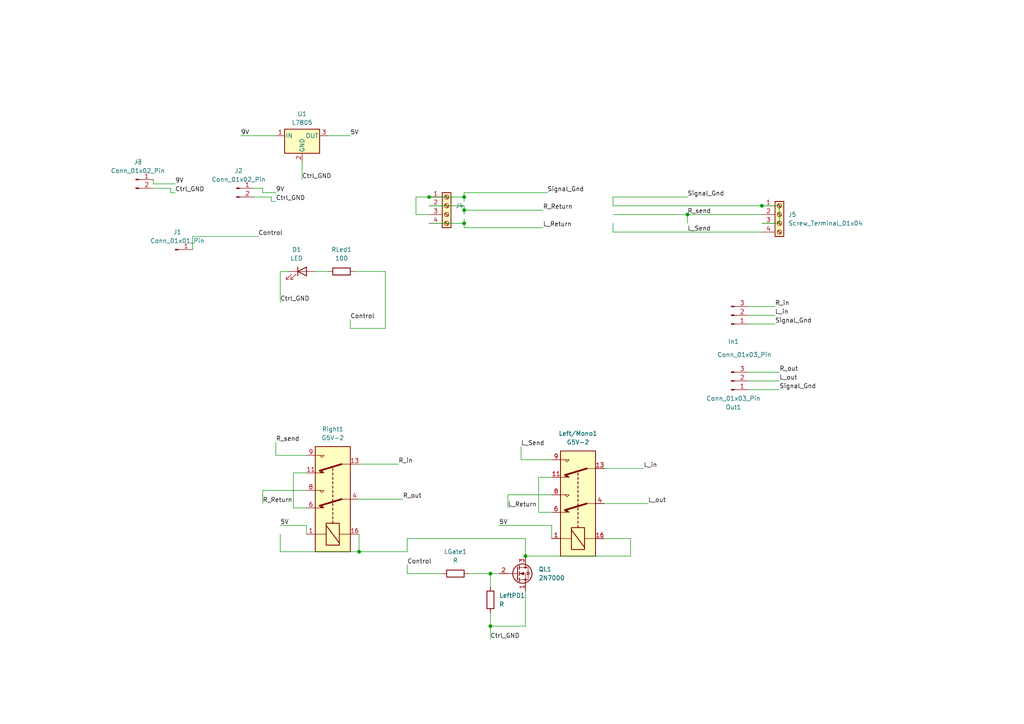
<source format=kicad_sch>
(kicad_sch (version 20230121) (generator eeschema)
  (paper "A4")
  (lib_symbols
    (symbol "Connector:Conn_01x01_Pin" (pin_names (offset 1.016) hide)
      (property "Reference" "J" (at 0 2.54 0))
      (property "Value" "Conn_01x01_Pin" (at 0 -2.54 0))
      (symbol "Conn_01x01_Pin_1_1"
        (polyline (pts (xy 1.27 0) (xy 0.8636 0)) (stroke (width 0.1524)))
        (rectangle (start 0.8636 0.127) (end 0 -0.127) (stroke (width 0.1524)) (fill (type outline)))
        (pin passive line (at 5.08 0 180) (length 3.81) (name "Pin_1") (number "1"))
      )
    )
    (symbol "Connector:Conn_01x02_Pin" (pin_names (offset 1.016) hide)
      (property "Reference" "J" (at 0 2.54 0))
      (property "Value" "Conn_01x02_Pin" (at 0 -5.08 0))
      (symbol "Conn_01x02_Pin_1_1"
        (polyline (pts (xy 1.27 -2.54) (xy 0.8636 -2.54)) (stroke (width 0.1524)))
        (polyline (pts (xy 1.27 0) (xy 0.8636 0)) (stroke (width 0.1524)))
        (rectangle (start 0.8636 -2.413) (end 0 -2.667) (stroke (width 0.1524)) (fill (type outline)))
        (rectangle (start 0.8636 0.127) (end 0 -0.127) (stroke (width 0.1524)) (fill (type outline)))
        (pin passive line (at 5.08 0 180) (length 3.81) (name "Pin_1") (number "1"))
        (pin passive line (at 5.08 -2.54 180) (length 3.81) (name "Pin_2") (number "2"))
      )
    )
    (symbol "Connector:Conn_01x03_Pin" (pin_names (offset 1.016) hide)
      (property "Reference" "J" (at 0 5.08 0))
      (property "Value" "Conn_01x03_Pin" (at 0 -5.08 0))
      (symbol "Conn_01x03_Pin_1_1"
        (polyline (pts (xy 1.27 -2.54) (xy 0.8636 -2.54)) (stroke (width 0.1524)))
        (polyline (pts (xy 1.27 0) (xy 0.8636 0)) (stroke (width 0.1524)))
        (polyline (pts (xy 1.27 2.54) (xy 0.8636 2.54)) (stroke (width 0.1524)))
        (rectangle (start 0.8636 -2.413) (end 0 -2.667) (stroke (width 0.1524)) (fill (type outline)))
        (rectangle (start 0.8636 0.127) (end 0 -0.127) (stroke (width 0.1524)) (fill (type outline)))
        (rectangle (start 0.8636 2.667) (end 0 2.413) (stroke (width 0.1524)) (fill (type outline)))
        (pin passive line (at 5.08 2.54 180) (length 3.81) (name "Pin_1") (number "1"))
        (pin passive line (at 5.08 0 180) (length 3.81) (name "Pin_2") (number "2"))
        (pin passive line (at 5.08 -2.54 180) (length 3.81) (name "Pin_3") (number "3"))
      )
    )
    (symbol "Connector:Screw_Terminal_01x04" (pin_names (offset 1.016) hide)
      (property "Reference" "J" (at 0 5.08 0))
      (property "Value" "Screw_Terminal_01x04" (at 0 -7.62 0))
      (symbol "Screw_Terminal_01x04_1_1"
        (rectangle (start -1.27 3.81) (end 1.27 -6.35) (stroke (width 0.254)) (fill (type background)))
        (circle (center 0 -5.08) (radius 0.635) (stroke (width 0.1524)))
        (circle (center 0 -2.54) (radius 0.635) (stroke (width 0.1524)))
        (polyline (pts (xy -0.5334 -4.7498) (xy 0.3302 -5.588)) (stroke (width 0.1524)))
        (polyline (pts (xy -0.5334 -2.2098) (xy 0.3302 -3.048)) (stroke (width 0.1524)))
        (polyline (pts (xy -0.5334 0.3302) (xy 0.3302 -0.508)) (stroke (width 0.1524)))
        (polyline (pts (xy -0.5334 2.8702) (xy 0.3302 2.032)) (stroke (width 0.1524)))
        (polyline (pts (xy -0.3556 -4.572) (xy 0.508 -5.4102)) (stroke (width 0.1524)))
        (polyline (pts (xy -0.3556 -2.032) (xy 0.508 -2.8702)) (stroke (width 0.1524)))
        (polyline (pts (xy -0.3556 0.508) (xy 0.508 -0.3302)) (stroke (width 0.1524)))
        (polyline (pts (xy -0.3556 3.048) (xy 0.508 2.2098)) (stroke (width 0.1524)))
        (circle (center 0 0) (radius 0.635) (stroke (width 0.1524)))
        (circle (center 0 2.54) (radius 0.635) (stroke (width 0.1524)))
        (pin passive line (at -5.08 2.54 0) (length 3.81) (name "Pin_1") (number "1"))
        (pin passive line (at -5.08 0 0) (length 3.81) (name "Pin_2") (number "2"))
        (pin passive line (at -5.08 -2.54 0) (length 3.81) (name "Pin_3") (number "3"))
        (pin passive line (at -5.08 -5.08 0) (length 3.81) (name "Pin_4") (number "4"))
      )
    )
    (symbol "Device:LED" (pin_numbers hide) (pin_names (offset 1.016) hide)
      (property "Reference" "D" (at 0 2.54 0))
      (property "Value" "LED" (at 0 -2.54 0))
      (symbol "LED_0_1"
        (polyline (pts (xy -1.27 -1.27) (xy -1.27 1.27)) (stroke (width 0.254)))
        (polyline (pts (xy -1.27 0) (xy 1.27 0)))
        (polyline (pts (xy 1.27 -1.27) (xy 1.27 1.27) (xy -1.27 0) (xy 1.27 -1.27)) (stroke (width 0.254)))
        (polyline (pts (xy -3.048 -0.762) (xy -4.572 -2.286) (xy -3.81 -2.286) (xy -4.572 -2.286) (xy -4.572 -1.524)))
        (polyline (pts (xy -1.778 -0.762) (xy -3.302 -2.286) (xy -2.54 -2.286) (xy -3.302 -2.286) (xy -3.302 -1.524)))
      )
      (symbol "LED_1_1"
        (pin passive line (at -3.81 0 0) (length 2.54) (name "K") (number "1"))
        (pin passive line (at 3.81 0 180) (length 2.54) (name "A") (number "2"))
      )
    )
    (symbol "Device:R" (pin_numbers hide) (pin_names (offset 0))
      (property "Reference" "R" (at 2.032 0 90))
      (property "Value" "R" (at 0 0 90))
      (symbol "R_0_1"
        (rectangle (start -1.016 -2.54) (end 1.016 2.54) (stroke (width 0.254)))
      )
      (symbol "R_1_1"
        (pin passive line (at 0 3.81 270) (length 1.27) (name "~") (number "1"))
        (pin passive line (at 0 -3.81 90) (length 1.27) (name "~") (number "2"))
      )
    )
    (symbol "Regulator_Linear:L7805" (pin_names (offset 0.254))
      (property "Reference" "U" (at -3.81 3.175 0))
      (property "Value" "L7805" (at 0 3.175 0))
      (symbol "L7805_0_1"
        (rectangle (start -5.08 1.905) (end 5.08 -5.08) (stroke (width 0.254)) (fill (type background)))
      )
      (symbol "L7805_1_1"
        (pin power_in line (at -7.62 0 0) (length 2.54) (name "IN") (number "1"))
        (pin power_in line (at 0 -7.62 90) (length 2.54) (name "GND") (number "2"))
        (pin power_out line (at 7.62 0 180) (length 2.54) (name "OUT") (number "3"))
      )
    )
    (symbol "Relay:G5V-2"
      (property "Reference" "K" (at 16.51 3.81 0))
      (property "Value" "G5V-2" (at 16.51 1.27 0))
      (symbol "G5V-2_0_1"
        (rectangle (start -15.24 5.08) (end 15.24 -5.08) (stroke (width 0.254)) (fill (type background)))
        (rectangle (start -13.335 1.905) (end -6.985 -1.905) (stroke (width 0.254)))
        (polyline (pts (xy -12.7 -1.905) (xy -7.62 1.905)) (stroke (width 0.254)))
        (polyline (pts (xy -10.16 -5.08) (xy -10.16 -1.905)))
        (polyline (pts (xy -10.16 5.08) (xy -10.16 1.905)))
        (polyline (pts (xy -6.985 0) (xy -6.35 0)) (stroke (width 0.254)))
        (polyline (pts (xy -5.715 0) (xy -5.08 0)) (stroke (width 0.254)))
        (polyline (pts (xy -4.445 0) (xy -3.81 0)) (stroke (width 0.254)))
        (polyline (pts (xy -3.175 0) (xy -2.54 0)) (stroke (width 0.254)))
        (polyline (pts (xy -1.905 0) (xy -1.27 0)) (stroke (width 0.254)))
        (polyline (pts (xy -0.635 0) (xy 0 0)) (stroke (width 0.254)))
        (polyline (pts (xy 0 -2.54) (xy -1.905 3.81)) (stroke (width 0.508)))
        (polyline (pts (xy 0 -2.54) (xy 0 -5.08)))
        (polyline (pts (xy 0.635 0) (xy 1.27 0)) (stroke (width 0.254)))
        (polyline (pts (xy 1.905 0) (xy 2.54 0)) (stroke (width 0.254)))
        (polyline (pts (xy 3.175 0) (xy 3.81 0)) (stroke (width 0.254)))
        (polyline (pts (xy 4.445 0) (xy 5.08 0)) (stroke (width 0.254)))
        (polyline (pts (xy 5.715 0) (xy 6.35 0)) (stroke (width 0.254)))
        (polyline (pts (xy 6.985 0) (xy 7.62 0)) (stroke (width 0.254)))
        (polyline (pts (xy 8.255 0) (xy 8.89 0)) (stroke (width 0.254)))
        (polyline (pts (xy 10.16 -2.54) (xy 8.255 3.81)) (stroke (width 0.508)))
        (polyline (pts (xy 10.16 -2.54) (xy 10.16 -5.08)))
        (polyline (pts (xy -2.54 5.08) (xy -2.54 2.54) (xy -1.905 3.175) (xy -2.54 3.81)) (fill (type outline)))
        (polyline (pts (xy 2.54 5.08) (xy 2.54 2.54) (xy 1.905 3.175) (xy 2.54 3.81)))
        (polyline (pts (xy 7.62 5.08) (xy 7.62 2.54) (xy 8.255 3.175) (xy 7.62 3.81)) (fill (type outline)))
        (polyline (pts (xy 12.7 5.08) (xy 12.7 2.54) (xy 12.065 3.175) (xy 12.7 3.81)))
      )
      (symbol "G5V-2_1_1"
        (pin passive line (at -10.16 7.62 270) (length 2.54) (name "~") (number "1"))
        (pin passive line (at 7.62 7.62 270) (length 2.54) (name "~") (number "11"))
        (pin passive line (at 10.16 -7.62 90) (length 2.54) (name "~") (number "13"))
        (pin passive line (at -10.16 -7.62 90) (length 2.54) (name "~") (number "16"))
        (pin passive line (at 0 -7.62 90) (length 2.54) (name "~") (number "4"))
        (pin passive line (at -2.54 7.62 270) (length 2.54) (name "~") (number "6"))
        (pin passive line (at 2.54 7.62 270) (length 2.54) (name "~") (number "8"))
        (pin passive line (at 12.7 7.62 270) (length 2.54) (name "~") (number "9"))
      )
    )
    (symbol "Transistor_FET:2N7000" (pin_names hide)
      (property "Reference" "Q" (at 5.08 1.905 0))
      (property "Value" "2N7000" (at 5.08 0 0))
      (symbol "2N7000_0_1"
        (polyline (pts (xy 0.254 0) (xy -2.54 0)))
        (polyline (pts (xy 0.254 1.905) (xy 0.254 -1.905)) (stroke (width 0.254)))
        (polyline (pts (xy 0.762 -1.27) (xy 0.762 -2.286)) (stroke (width 0.254)))
        (polyline (pts (xy 0.762 0.508) (xy 0.762 -0.508)) (stroke (width 0.254)))
        (polyline (pts (xy 0.762 2.286) (xy 0.762 1.27)) (stroke (width 0.254)))
        (polyline (pts (xy 2.54 2.54) (xy 2.54 1.778)))
        (polyline (pts (xy 2.54 -2.54) (xy 2.54 0) (xy 0.762 0)))
        (polyline (pts (xy 0.762 -1.778) (xy 3.302 -1.778) (xy 3.302 1.778) (xy 0.762 1.778)))
        (polyline (pts (xy 1.016 0) (xy 2.032 0.381) (xy 2.032 -0.381) (xy 1.016 0)) (fill (type outline)))
        (polyline (pts (xy 2.794 0.508) (xy 2.921 0.381) (xy 3.683 0.381) (xy 3.81 0.254)))
        (polyline (pts (xy 3.302 0.381) (xy 2.921 -0.254) (xy 3.683 -0.254) (xy 3.302 0.381)))
        (circle (center 1.651 0) (radius 2.794) (stroke (width 0.254)))
        (circle (center 2.54 -1.778) (radius 0.254) (fill (type outline)))
        (circle (center 2.54 1.778) (radius 0.254) (fill (type outline)))
      )
      (symbol "2N7000_1_1"
        (pin passive line (at 2.54 -5.08 90) (length 2.54) (name "S") (number "1"))
        (pin input line (at -5.08 0 0) (length 2.54) (name "G") (number "2"))
        (pin passive line (at 2.54 5.08 270) (length 2.54) (name "D") (number "3"))
      )
    )
  )
  (junction (at 152.4 161.29))
  (junction (at 220.98 59.69))
  (junction (at 199.39 62.23))
  (junction (at 124.46 57.15))
  (junction (at 104.14 160.02))
  (junction (at 134.62 64.77))
  (junction (at 142.24 166.37))
  (junction (at 134.62 57.15))
  (junction (at 142.24 181.61))
  (junction (at 134.62 60.96))
  (wire (pts (xy 134.62 55.88) (xy 158.75 55.88)))
  (wire (pts (xy 101.6 95.25) (xy 111.76 95.25)))
  (wire (pts (xy 142.24 166.37) (xy 142.24 170.18)))
  (wire (pts (xy 118.11 166.37) (xy 128.27 166.37)))
  (wire (pts (xy 217.17 107.95) (xy 226.06 107.95)))
  (wire (pts (xy 156.21 138.43) (xy 160.02 138.43)))
  (wire (pts (xy 144.78 152.4) (xy 160.02 152.4)))
  (wire (pts (xy 118.11 163.83) (xy 118.11 166.37)))
  (wire (pts (xy 83.82 78.74) (xy 81.28 78.74)))
  (wire (pts (xy 217.17 93.98) (xy 224.79 93.98)))
  (wire (pts (xy 124.46 59.69) (xy 134.62 59.69)))
  (wire (pts (xy 78.74 58.42) (xy 80.01 58.42)))
  (wire (pts (xy 177.8 67.31) (xy 177.8 64.77)))
  (wire (pts (xy 104.14 160.02) (xy 81.28 160.02)))
  (wire (pts (xy 134.62 63.5) (xy 134.62 64.77)))
  (wire (pts (xy 147.32 147.32) (xy 147.32 143.51)))
  (wire (pts (xy 118.11 156.21) (xy 118.11 160.02)))
  (wire (pts (xy 134.62 59.69) (xy 134.62 60.96)))
  (wire (pts (xy 50.8 53.34) (xy 44.45 53.34)))
  (wire (pts (xy 81.28 78.74) (xy 81.28 87.63)))
  (wire (pts (xy 142.24 181.61) (xy 142.24 185.42)))
  (wire (pts (xy 134.62 60.96) (xy 157.48 60.96)))
  (wire (pts (xy 101.6 92.71) (xy 101.6 95.25)))
  (wire (pts (xy 76.2 146.05) (xy 76.2 142.24)))
  (wire (pts (xy 199.39 64.77) (xy 199.39 62.23)))
  (wire (pts (xy 152.4 161.29) (xy 152.4 156.21)))
  (wire (pts (xy 134.62 64.77) (xy 134.62 66.04)))
  (wire (pts (xy 88.9 147.32) (xy 85.09 147.32)))
  (wire (pts (xy 175.26 146.05) (xy 187.96 146.05)))
  (wire (pts (xy 134.62 62.23) (xy 134.62 60.96)))
  (wire (pts (xy 80.01 132.08) (xy 80.01 128.27)))
  (wire (pts (xy 78.74 57.15) (xy 78.74 58.42)))
  (wire (pts (xy 120.65 57.15) (xy 124.46 57.15)))
  (wire (pts (xy 76.2 142.24) (xy 88.9 142.24)))
  (wire (pts (xy 104.14 144.78) (xy 116.84 144.78)))
  (wire (pts (xy 95.25 39.37) (xy 101.6 39.37)))
  (wire (pts (xy 76.2 54.61) (xy 73.66 54.61)))
  (wire (pts (xy 175.26 156.21) (xy 182.88 156.21)))
  (wire (pts (xy 104.14 134.62) (xy 115.57 134.62)))
  (wire (pts (xy 44.45 54.61) (xy 49.53 54.61)))
  (wire (pts (xy 91.44 78.74) (xy 95.25 78.74)))
  (wire (pts (xy 217.17 113.03) (xy 226.06 113.03)))
  (wire (pts (xy 111.76 95.25) (xy 111.76 78.74)))
  (wire (pts (xy 135.89 166.37) (xy 142.24 166.37)))
  (wire (pts (xy 102.87 78.74) (xy 111.76 78.74)))
  (wire (pts (xy 73.66 57.15) (xy 78.74 57.15)))
  (wire (pts (xy 177.8 57.15) (xy 199.39 57.15)))
  (wire (pts (xy 80.01 55.88) (xy 76.2 55.88)))
  (wire (pts (xy 152.4 161.29) (xy 182.88 161.29)))
  (wire (pts (xy 88.9 152.4) (xy 88.9 154.94)))
  (wire (pts (xy 156.21 148.59) (xy 156.21 138.43)))
  (wire (pts (xy 142.24 166.37) (xy 144.78 166.37)))
  (wire (pts (xy 220.98 64.77) (xy 226.06 64.77)))
  (wire (pts (xy 118.11 156.21) (xy 152.4 156.21)))
  (wire (pts (xy 152.4 181.61) (xy 142.24 181.61)))
  (wire (pts (xy 217.17 91.44) (xy 224.79 91.44)))
  (wire (pts (xy 124.46 62.23) (xy 120.65 62.23)))
  (wire (pts (xy 226.06 59.69) (xy 226.06 64.77)))
  (wire (pts (xy 87.63 46.99) (xy 87.63 52.07)))
  (wire (pts (xy 85.09 147.32) (xy 85.09 137.16)))
  (wire (pts (xy 134.62 57.15) (xy 124.46 57.15)))
  (wire (pts (xy 49.53 55.88) (xy 50.8 55.88)))
  (wire (pts (xy 39.37 46.99) (xy 40.64 46.99)))
  (wire (pts (xy 44.45 53.34) (xy 44.45 52.07)))
  (wire (pts (xy 49.53 54.61) (xy 49.53 55.88)))
  (wire (pts (xy 81.28 152.4) (xy 88.9 152.4)))
  (wire (pts (xy 220.98 59.69) (xy 226.06 59.69)))
  (wire (pts (xy 134.62 57.15) (xy 134.62 58.42)))
  (wire (pts (xy 177.8 62.23) (xy 199.39 62.23)))
  (wire (pts (xy 177.8 67.31) (xy 220.98 67.31)))
  (wire (pts (xy 74.93 68.58) (xy 55.88 68.58)))
  (wire (pts (xy 177.8 59.69) (xy 220.98 59.69)))
  (wire (pts (xy 217.17 88.9) (xy 224.79 88.9)))
  (wire (pts (xy 160.02 133.35) (xy 151.13 133.35)))
  (wire (pts (xy 160.02 148.59) (xy 156.21 148.59)))
  (wire (pts (xy 142.24 177.8) (xy 142.24 181.61)))
  (wire (pts (xy 152.4 171.45) (xy 152.4 181.61)))
  (wire (pts (xy 104.14 154.94) (xy 104.14 160.02)))
  (wire (pts (xy 134.62 64.77) (xy 124.46 64.77)))
  (wire (pts (xy 81.28 160.02) (xy 81.28 154.94)))
  (wire (pts (xy 182.88 161.29) (xy 182.88 156.21)))
  (wire (pts (xy 69.85 39.37) (xy 80.01 39.37)))
  (wire (pts (xy 120.65 62.23) (xy 120.65 57.15)))
  (wire (pts (xy 217.17 110.49) (xy 226.06 110.49)))
  (wire (pts (xy 160.02 152.4) (xy 160.02 156.21)))
  (wire (pts (xy 55.88 68.58) (xy 55.88 72.39)))
  (wire (pts (xy 199.39 62.23) (xy 220.98 62.23)))
  (wire (pts (xy 151.13 133.35) (xy 151.13 129.54)))
  (wire (pts (xy 118.11 160.02) (xy 104.14 160.02)))
  (wire (pts (xy 88.9 132.08) (xy 80.01 132.08)))
  (wire (pts (xy 177.8 57.15) (xy 177.8 59.69)))
  (wire (pts (xy 76.2 55.88) (xy 76.2 54.61)))
  (wire (pts (xy 134.62 55.88) (xy 134.62 57.15)))
  (wire (pts (xy 85.09 137.16) (xy 88.9 137.16)))
  (wire (pts (xy 134.62 66.04) (xy 157.48 66.04)))
  (wire (pts (xy 175.26 135.89) (xy 186.69 135.89)))
  (wire (pts (xy 147.32 143.51) (xy 160.02 143.51)))
  (label "5V" (at 101.6 39.37 0))
  (label "L_Return" (at 147.32 147.32 0))
  (label "R_Return" (at 76.2 146.05 0))
  (label "9V" (at 50.8 53.34 0))
  (label "L_out" (at 226.06 110.49 0))
  (label "R_send" (at 199.39 62.23 0))
  (label "R_out" (at 226.06 107.95 0))
  (label "Control" (at 74.93 68.58 0))
  (label "L_out" (at 187.96 146.05 0))
  (label "Control" (at 101.6 92.71 0))
  (label "Signal_Gnd" (at 199.39 57.15 0))
  (label "Ctrl_GND" (at 87.63 52.07 0))
  (label "5V" (at 144.78 152.4 0))
  (label "Ctrl_GND" (at 142.24 185.42 0))
  (label "9V" (at 69.85 39.37 0))
  (label "5V" (at 81.28 152.4 0))
  (label "R_send" (at 80.01 128.27 0))
  (label "L_Return" (at 157.48 66.04 0))
  (label "Ctrl_GND" (at 81.28 87.63 0))
  (label "L_in" (at 186.69 135.89 0))
  (label "R_in" (at 115.57 134.62 0))
  (label "Ctrl_GND" (at 50.8 55.88 0))
  (label "L_in" (at 224.79 91.44 0))
  (label "Control" (at 118.11 163.83 0))
  (label "Signal_Gnd" (at 224.79 93.98 0))
  (label "Ctrl_GND" (at 80.01 58.42 0))
  (label "L_Send" (at 199.39 67.31 0))
  (label "R_out" (at 116.84 144.78 0))
  (label "Signal_Gnd" (at 226.06 113.03 0))
  (label "Signal_Gnd" (at 158.75 55.88 0))
  (label "R_in" (at 224.79 88.9 0))
  (label "L_Send" (at 151.13 129.54 0))
  (label "9V" (at 80.01 55.88 0))
  (label "R_Return" (at 157.48 60.96 0))
  (symbol (lib_id "Connector:Conn_01x01_Pin") (at 50.8 72.39 0) (unit 1)
    (property "Reference" "J1" (at 51.435 67.31 0))
    (property "Value" "Conn_01x01_Pin" (at 51.435 69.85 0))
    (property "Footprint" "Connector_PinHeader_2.54mm:PinHeader_1x01_P2.54mm_Vertical" (effects hide))
  )
  (symbol (lib_id "Device:LED") (at 87.63 78.74 0) (unit 1)
    (property "Reference" "D1" (at 86.0425 72.39 0))
    (property "Value" "LED" (at 86.0425 74.93 0))
    (property "Footprint" "LED_THT:LED_D5.0mm" (effects hide))
  )
  (symbol (lib_id "Relay:G5V-2") (at 96.52 144.78 90) (unit 1)
    (property "Reference" "Right1" (at 96.52 124.46 90))
    (property "Value" "G5V-2" (at 96.52 127 90))
    (property "Footprint" "Relay_THT:Relay_DPDT_Omron_G5V-2" (effects hide))
    (property "Datasheet" "http://omronfs.omron.com/en_US/ecb/products/pdf/en-g5v_2.pdf" (effects hide))
  )
  (symbol (lib_id "Connector:Screw_Terminal_01x04") (at 226.06 62.23 0) (unit 1)
    (property "Reference" "J5" (at 228.6 62.23 0) (effects (justify left)))
    (property "Value" "Screw_Terminal_01x04" (at 228.6 64.77 0) (effects (justify left)))
    (property "Footprint" "TB001_500_04BE:CUI_TB001-500-04BE" (effects hide))
  )
  (symbol (lib_id "Device:R") (at 132.08 166.37 90) (unit 1)
    (property "Reference" "LGate1" (at 132.08 160.02 90))
    (property "Value" "R" (at 132.08 162.56 90))
    (property "Footprint" "Resistor_THT:R_Axial_DIN0207_L6.3mm_D2.5mm_P7.62mm_Horizontal" (effects hide))
  )
  (symbol (lib_id "Connector:Conn_01x02_Pin") (at 39.37 52.07 0) (unit 1)
    (property "Reference" "J3" (at 40.005 46.99 0))
    (property "Value" "Conn_01x02_Pin" (at 40.005 49.53 0))
    (property "Footprint" "Connector_PinHeader_2.54mm:PinHeader_2x01_P2.54mm_Vertical" (effects hide))
  )
  (symbol (lib_id "Connector:Conn_01x03_Pin") (at 212.09 91.44 0) (mirror x) (unit 1)
    (property "Reference" "In1" (at 212.725 99.06 0))
    (property "Value" "Conn_01x03_Pin" (at 215.9 102.87 0))
    (property "Footprint" "Connector_PinHeader_2.54mm:PinHeader_1x03_P2.54mm_Vertical" (effects hide))
  )
  (symbol (lib_id "Device:R") (at 142.24 173.99 0) (unit 1)
    (property "Reference" "LeftPD1" (at 144.78 172.72 0) (effects (justify left)))
    (property "Value" "R" (at 144.78 175.26 0) (effects (justify left)))
    (property "Footprint" "Resistor_THT:R_Axial_DIN0207_L6.3mm_D2.5mm_P7.62mm_Horizontal" (effects hide))
  )
  (symbol (lib_id "Connector:Screw_Terminal_01x04") (at 129.54 59.69 0) (unit 1)
    (property "Reference" "J4" (at 132.08 59.69 0) (effects (justify left)))
    (property "Value" "Screw_Terminal_01x04" (effects hide))
    (property "Footprint" "TB001_500_04BE:CUI_TB001-500-04BE" (effects hide))
  )
  (symbol (lib_id "Transistor_FET:2N7000") (at 149.86 166.37 0) (unit 1)
    (property "Reference" "QL1" (at 156.21 165.1 0) (effects (justify left)))
    (property "Value" "2N7000" (at 156.21 167.64 0) (effects (justify left)))
    (property "Footprint" "Package_TO_SOT_THT:TO-92_Inline" (effects hide))
    (property "Datasheet" "https://www.vishay.com/docs/70226/70226.pdf" (effects hide))
  )
  (symbol (lib_id "Relay:G5V-2") (at 167.64 146.05 90) (unit 1)
    (property "Reference" "Left/Mono1" (at 167.64 125.73 90))
    (property "Value" "G5V-2" (at 167.64 128.27 90))
    (property "Footprint" "Relay_THT:Relay_DPDT_Omron_G5V-2" (effects hide))
    (property "Datasheet" "http://omronfs.omron.com/en_US/ecb/products/pdf/en-g5v_2.pdf" (effects hide))
  )
  (symbol (lib_id "Regulator_Linear:L7805") (at 87.63 39.37 0) (unit 1)
    (property "Reference" "U1" (at 87.63 33.02 0))
    (property "Value" "L7805" (at 87.63 35.56 0))
    (property "Footprint" "Package_TO_SOT_THT:TO-220-3_Vertical" (effects hide))
    (property "Datasheet" "http://www.st.com/content/ccc/resource/technical/document/datasheet/41/4f/b3/b0/12/d4/47/88/CD00000444.pdf/files/CD00000444.pdf/jcr:content/translations/en.CD00000444.pdf" (effects hide))
  )
  (symbol (lib_id "Device:R") (at 99.06 78.74 270) (unit 1)
    (property "Reference" "RLed1" (at 99.06 72.39 90))
    (property "Value" "100" (at 99.06 74.93 90))
    (property "Footprint" "Resistor_THT:R_Axial_DIN0207_L6.3mm_D2.5mm_P7.62mm_Horizontal" (effects hide))
  )
  (symbol (lib_id "Connector:Conn_01x03_Pin") (at 212.09 110.49 0) (mirror x) (unit 1)
    (property "Reference" "Out1" (at 212.725 118.11 0))
    (property "Value" "Conn_01x03_Pin" (at 212.725 115.57 0))
    (property "Footprint" "Connector_PinHeader_2.54mm:PinHeader_1x03_P2.54mm_Vertical" (effects hide))
  )
  (symbol (lib_id "Connector:Conn_01x02_Pin") (at 68.58 54.61 0) (unit 1)
    (property "Reference" "J2" (at 69.215 49.53 0))
    (property "Value" "Conn_01x02_Pin" (at 69.215 52.07 0))
    (property "Footprint" "Connector_PinHeader_2.54mm:PinHeader_2x01_P2.54mm_Vertical" (effects hide))
  )
)
</source>
